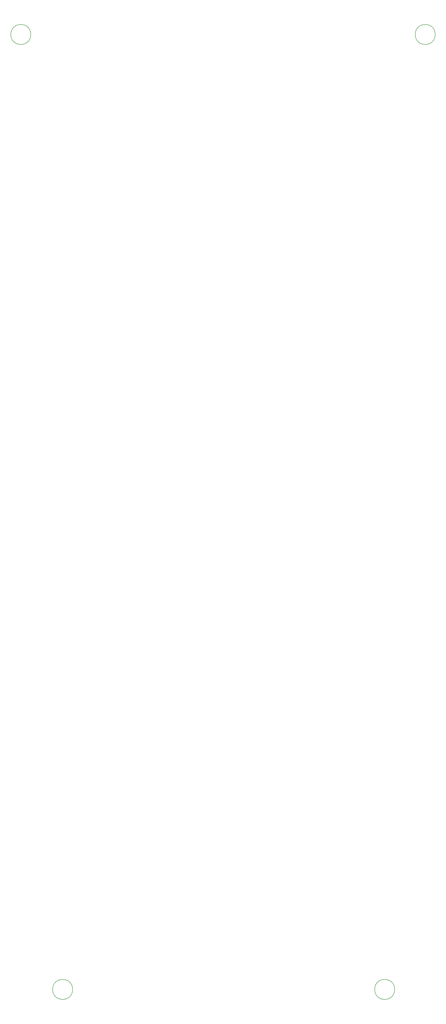
<source format=gbr>
%TF.GenerationSoftware,KiCad,Pcbnew,7.99.0-1990-g812c56bdc7*%
%TF.CreationDate,2023-08-03T23:21:48+02:00*%
%TF.ProjectId,esp32_midi,65737033-325f-46d6-9964-692e6b696361,rev?*%
%TF.SameCoordinates,Original*%
%TF.FileFunction,Other,Comment*%
%FSLAX46Y46*%
G04 Gerber Fmt 4.6, Leading zero omitted, Abs format (unit mm)*
G04 Created by KiCad (PCBNEW 7.99.0-1990-g812c56bdc7) date 2023-08-03 23:21:48*
%MOMM*%
%LPD*%
G01*
G04 APERTURE LIST*
%ADD10C,0.150000*%
G04 APERTURE END LIST*
D10*
%TO.C,H4*%
X325750000Y-399000000D02*
G75*
G03*
X325750000Y-399000000I-4000000J0D01*
G01*
%TO.C,H2*%
X342000000Y-17000000D02*
G75*
G03*
X342000000Y-17000000I-4000000J0D01*
G01*
%TO.C,H1*%
X180000000Y-17000000D02*
G75*
G03*
X180000000Y-17000000I-4000000J0D01*
G01*
%TO.C,H3*%
X196750000Y-399000000D02*
G75*
G03*
X196750000Y-399000000I-4000000J0D01*
G01*
%TD*%
M02*

</source>
